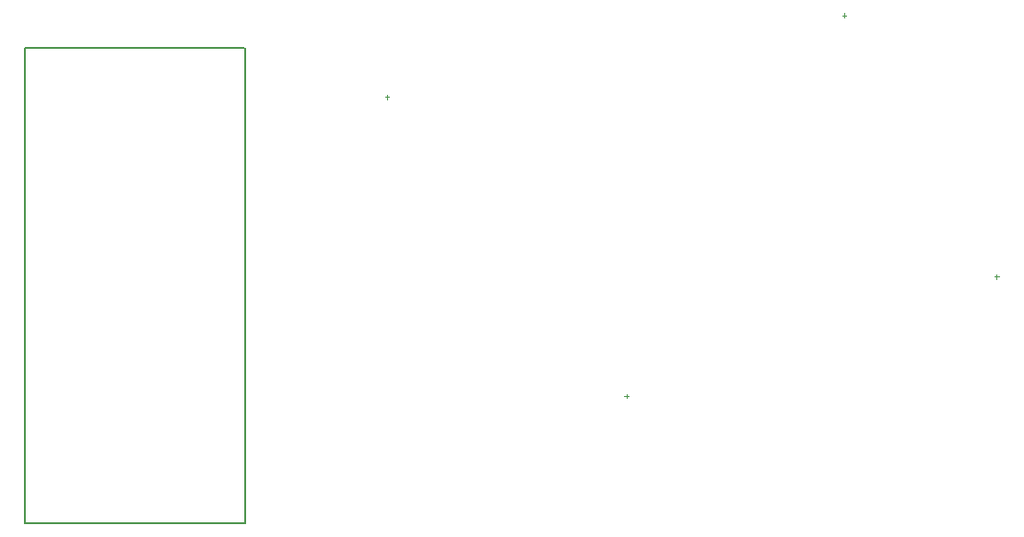
<source format=gbr>
G04 Layer_Color=16711935*
%FSLAX23Y23*%
%MOIN*%
%TF.FileFunction,Mechanical*%
%TF.Part,Single*%
G01*
G75*
%ADD51C,0.004*%
%ADD82C,0.005*%
D51*
X4402Y3819D02*
X4417D01*
X4409Y3811D02*
Y3827D01*
X4961Y2866D02*
Y2882D01*
X4953Y2874D02*
X4969D01*
X2756Y3516D02*
Y3531D01*
X2748Y3524D02*
X2764D01*
X3622Y2433D02*
Y2449D01*
X3614Y2441D02*
X3630D01*
D82*
X2242Y1980D02*
Y3700D01*
X1447Y1980D02*
X2240D01*
X1447Y3700D02*
X2240D01*
X1447Y1980D02*
Y3700D01*
%TF.MD5,C490B206EFE24F81ADA03B39305D1F31*%
M02*

</source>
